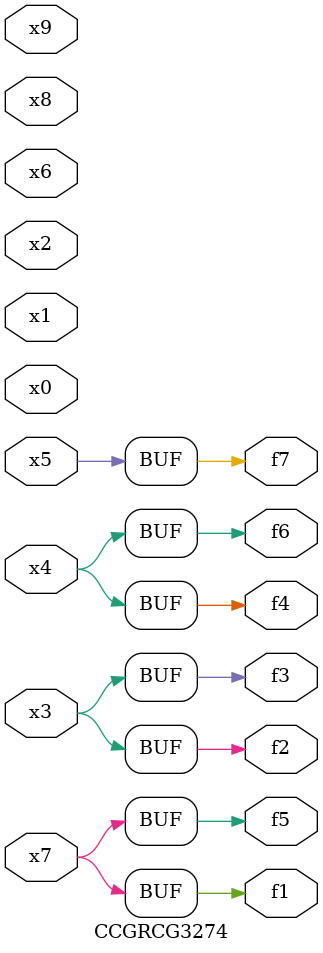
<source format=v>
module CCGRCG3274(
	input x0, x1, x2, x3, x4, x5, x6, x7, x8, x9,
	output f1, f2, f3, f4, f5, f6, f7
);
	assign f1 = x7;
	assign f2 = x3;
	assign f3 = x3;
	assign f4 = x4;
	assign f5 = x7;
	assign f6 = x4;
	assign f7 = x5;
endmodule

</source>
